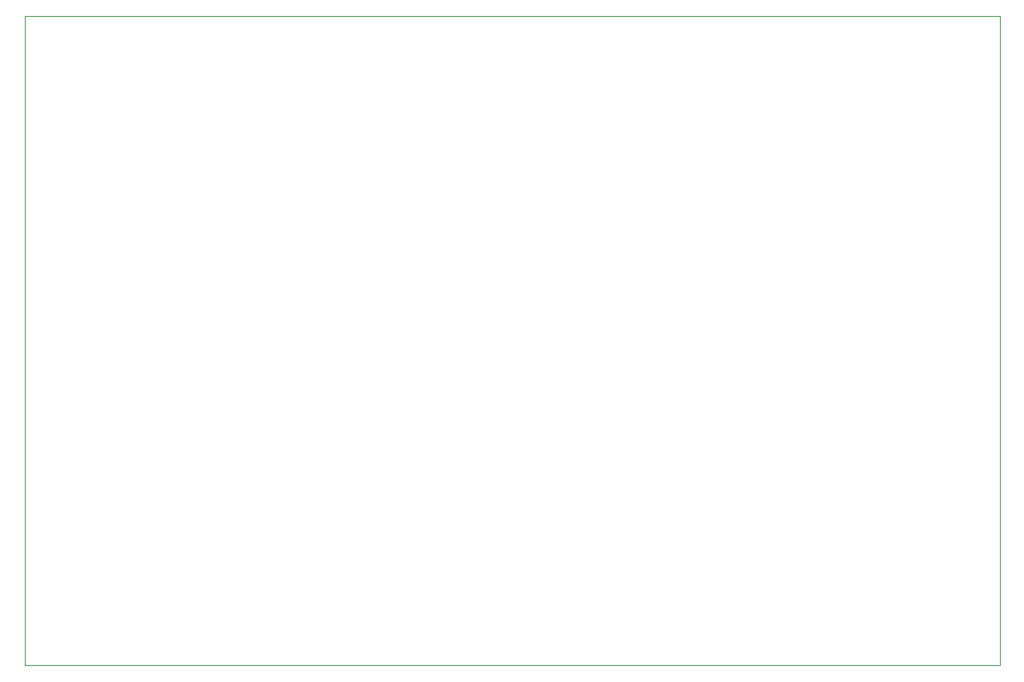
<source format=gbr>
%TF.GenerationSoftware,KiCad,Pcbnew,5.1.6-c6e7f7d~86~ubuntu16.04.1*%
%TF.CreationDate,2020-07-11T20:05:36+01:00*%
%TF.ProjectId,bluepill-pb1,626c7565-7069-46c6-9c2d-7062312e6b69,rev?*%
%TF.SameCoordinates,Original*%
%TF.FileFunction,Profile,NP*%
%FSLAX46Y46*%
G04 Gerber Fmt 4.6, Leading zero omitted, Abs format (unit mm)*
G04 Created by KiCad (PCBNEW 5.1.6-c6e7f7d~86~ubuntu16.04.1) date 2020-07-11 20:05:36*
%MOMM*%
%LPD*%
G01*
G04 APERTURE LIST*
%TA.AperFunction,Profile*%
%ADD10C,0.050000*%
%TD*%
G04 APERTURE END LIST*
D10*
X76200000Y-124460000D02*
X179070000Y-124460000D01*
X76200000Y-55880000D02*
X76200000Y-124460000D01*
X179070000Y-55880000D02*
X76200000Y-55880000D01*
X179070000Y-124460000D02*
X179070000Y-55880000D01*
M02*

</source>
